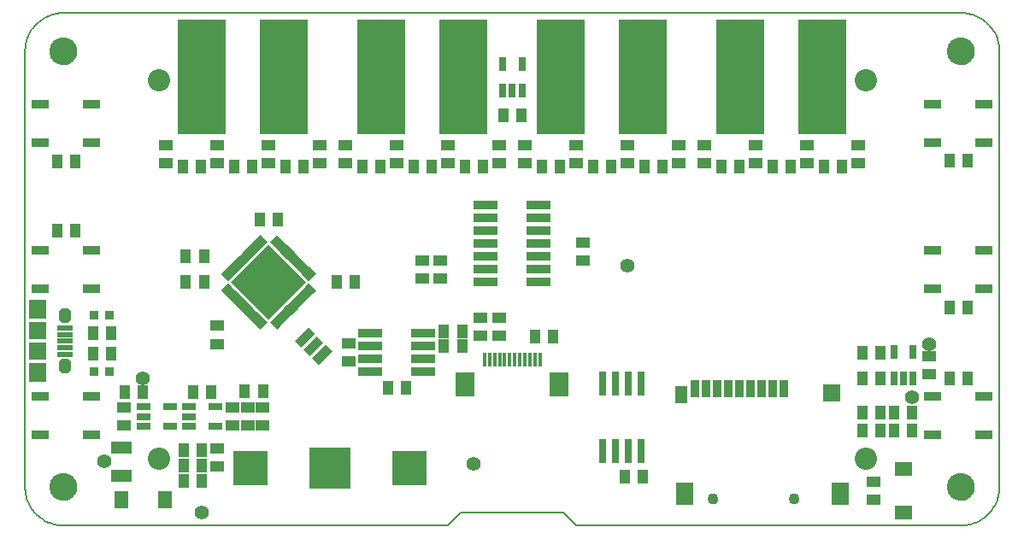
<source format=gts>
G75*
%MOIN*%
%OFA0B0*%
%FSLAX24Y24*%
%IPPOS*%
%LPD*%
%AMOC8*
5,1,8,0,0,1.08239X$1,22.5*
%
%ADD10C,0.0050*%
%ADD11C,0.0000*%
%ADD12C,0.1080*%
%ADD13R,0.0356X0.0749*%
%ADD14R,0.0789X0.0474*%
%ADD15R,0.0552X0.0297*%
%ADD16R,0.0552X0.0395*%
%ADD17R,0.0297X0.0552*%
%ADD18R,0.0395X0.0552*%
%ADD19R,0.0659X0.0580*%
%ADD20R,0.0950X0.0320*%
%ADD21R,0.1880X0.4480*%
%ADD22R,0.0380X0.0380*%
%ADD23R,0.0680X0.0380*%
%ADD24C,0.0867*%
%ADD25R,0.0580X0.0659*%
%ADD26R,0.0611X0.0237*%
%ADD27C,0.0341*%
%ADD28R,0.0690X0.0728*%
%ADD29R,0.0690X0.0671*%
%ADD30C,0.0556*%
%ADD31R,0.1640X0.1640*%
%ADD32R,0.1330X0.1330*%
%ADD33R,0.0316X0.0946*%
%ADD34R,0.0157X0.0551*%
%ADD35R,0.0748X0.0925*%
%ADD36R,0.0395X0.0198*%
%ADD37R,0.2080X0.2080*%
%ADD38R,0.0380X0.0680*%
%ADD39R,0.0480X0.0680*%
%ADD40R,0.0680X0.0880*%
%ADD41R,0.0680X0.0680*%
%ADD42C,0.0430*%
D10*
X017760Y016393D02*
X032760Y016393D01*
X033260Y016893D01*
X037260Y016893D01*
X037760Y016393D01*
X052760Y016393D01*
X052836Y016395D01*
X052912Y016401D01*
X052987Y016410D01*
X053062Y016424D01*
X053136Y016441D01*
X053209Y016462D01*
X053281Y016486D01*
X053352Y016515D01*
X053421Y016546D01*
X053488Y016581D01*
X053553Y016620D01*
X053617Y016662D01*
X053678Y016707D01*
X053737Y016755D01*
X053793Y016806D01*
X053847Y016860D01*
X053898Y016916D01*
X053946Y016975D01*
X053991Y017036D01*
X054033Y017100D01*
X054072Y017165D01*
X054107Y017232D01*
X054138Y017301D01*
X054167Y017372D01*
X054191Y017444D01*
X054212Y017517D01*
X054229Y017591D01*
X054243Y017666D01*
X054252Y017741D01*
X054258Y017817D01*
X054260Y017893D01*
X054260Y034893D01*
X054258Y034969D01*
X054252Y035045D01*
X054243Y035120D01*
X054229Y035195D01*
X054212Y035269D01*
X054191Y035342D01*
X054167Y035414D01*
X054138Y035485D01*
X054107Y035554D01*
X054072Y035621D01*
X054033Y035686D01*
X053991Y035750D01*
X053946Y035811D01*
X053898Y035870D01*
X053847Y035926D01*
X053793Y035980D01*
X053737Y036031D01*
X053678Y036079D01*
X053617Y036124D01*
X053553Y036166D01*
X053488Y036205D01*
X053421Y036240D01*
X053352Y036271D01*
X053281Y036300D01*
X053209Y036324D01*
X053136Y036345D01*
X053062Y036362D01*
X052987Y036376D01*
X052912Y036385D01*
X052836Y036391D01*
X052760Y036393D01*
X017760Y036393D01*
X017684Y036391D01*
X017608Y036385D01*
X017533Y036376D01*
X017458Y036362D01*
X017384Y036345D01*
X017311Y036324D01*
X017239Y036300D01*
X017168Y036271D01*
X017099Y036240D01*
X017032Y036205D01*
X016967Y036166D01*
X016903Y036124D01*
X016842Y036079D01*
X016783Y036031D01*
X016727Y035980D01*
X016673Y035926D01*
X016622Y035870D01*
X016574Y035811D01*
X016529Y035750D01*
X016487Y035686D01*
X016448Y035621D01*
X016413Y035554D01*
X016382Y035485D01*
X016353Y035414D01*
X016329Y035342D01*
X016308Y035269D01*
X016291Y035195D01*
X016277Y035120D01*
X016268Y035045D01*
X016262Y034969D01*
X016260Y034893D01*
X016260Y017893D01*
X016262Y017817D01*
X016268Y017741D01*
X016277Y017666D01*
X016291Y017591D01*
X016308Y017517D01*
X016329Y017444D01*
X016353Y017372D01*
X016382Y017301D01*
X016413Y017232D01*
X016448Y017165D01*
X016487Y017100D01*
X016529Y017036D01*
X016574Y016975D01*
X016622Y016916D01*
X016673Y016860D01*
X016727Y016806D01*
X016783Y016755D01*
X016842Y016707D01*
X016903Y016662D01*
X016967Y016620D01*
X017032Y016581D01*
X017099Y016546D01*
X017168Y016515D01*
X017239Y016486D01*
X017311Y016462D01*
X017384Y016441D01*
X017458Y016424D01*
X017533Y016410D01*
X017608Y016401D01*
X017684Y016395D01*
X017760Y016393D01*
D11*
X017260Y017893D02*
X017262Y017937D01*
X017268Y017981D01*
X017278Y018024D01*
X017291Y018066D01*
X017308Y018107D01*
X017329Y018146D01*
X017353Y018183D01*
X017380Y018218D01*
X017410Y018250D01*
X017443Y018280D01*
X017479Y018306D01*
X017516Y018330D01*
X017556Y018349D01*
X017597Y018366D01*
X017640Y018378D01*
X017683Y018387D01*
X017727Y018392D01*
X017771Y018393D01*
X017815Y018390D01*
X017859Y018383D01*
X017902Y018372D01*
X017944Y018358D01*
X017984Y018340D01*
X018023Y018318D01*
X018059Y018294D01*
X018093Y018266D01*
X018125Y018235D01*
X018154Y018201D01*
X018180Y018165D01*
X018202Y018127D01*
X018221Y018087D01*
X018236Y018045D01*
X018248Y018003D01*
X018256Y017959D01*
X018260Y017915D01*
X018260Y017871D01*
X018256Y017827D01*
X018248Y017783D01*
X018236Y017741D01*
X018221Y017699D01*
X018202Y017659D01*
X018180Y017621D01*
X018154Y017585D01*
X018125Y017551D01*
X018093Y017520D01*
X018059Y017492D01*
X018023Y017468D01*
X017984Y017446D01*
X017944Y017428D01*
X017902Y017414D01*
X017859Y017403D01*
X017815Y017396D01*
X017771Y017393D01*
X017727Y017394D01*
X017683Y017399D01*
X017640Y017408D01*
X017597Y017420D01*
X017556Y017437D01*
X017516Y017456D01*
X017479Y017480D01*
X017443Y017506D01*
X017410Y017536D01*
X017380Y017568D01*
X017353Y017603D01*
X017329Y017640D01*
X017308Y017679D01*
X017291Y017720D01*
X017278Y017762D01*
X017268Y017805D01*
X017262Y017849D01*
X017260Y017893D01*
X021086Y019011D02*
X021088Y019050D01*
X021094Y019089D01*
X021104Y019127D01*
X021117Y019164D01*
X021134Y019199D01*
X021154Y019233D01*
X021178Y019264D01*
X021205Y019293D01*
X021234Y019319D01*
X021266Y019342D01*
X021300Y019362D01*
X021336Y019378D01*
X021373Y019390D01*
X021412Y019399D01*
X021451Y019404D01*
X021490Y019405D01*
X021529Y019402D01*
X021568Y019395D01*
X021605Y019384D01*
X021642Y019370D01*
X021677Y019352D01*
X021710Y019331D01*
X021741Y019306D01*
X021769Y019279D01*
X021794Y019249D01*
X021816Y019216D01*
X021835Y019182D01*
X021850Y019146D01*
X021862Y019108D01*
X021870Y019070D01*
X021874Y019031D01*
X021874Y018991D01*
X021870Y018952D01*
X021862Y018914D01*
X021850Y018876D01*
X021835Y018840D01*
X021816Y018806D01*
X021794Y018773D01*
X021769Y018743D01*
X021741Y018716D01*
X021710Y018691D01*
X021677Y018670D01*
X021642Y018652D01*
X021605Y018638D01*
X021568Y018627D01*
X021529Y018620D01*
X021490Y018617D01*
X021451Y018618D01*
X021412Y018623D01*
X021373Y018632D01*
X021336Y018644D01*
X021300Y018660D01*
X021266Y018680D01*
X021234Y018703D01*
X021205Y018729D01*
X021178Y018758D01*
X021154Y018789D01*
X021134Y018823D01*
X021117Y018858D01*
X021104Y018895D01*
X021094Y018933D01*
X021088Y018972D01*
X021086Y019011D01*
X021086Y033775D02*
X021088Y033814D01*
X021094Y033853D01*
X021104Y033891D01*
X021117Y033928D01*
X021134Y033963D01*
X021154Y033997D01*
X021178Y034028D01*
X021205Y034057D01*
X021234Y034083D01*
X021266Y034106D01*
X021300Y034126D01*
X021336Y034142D01*
X021373Y034154D01*
X021412Y034163D01*
X021451Y034168D01*
X021490Y034169D01*
X021529Y034166D01*
X021568Y034159D01*
X021605Y034148D01*
X021642Y034134D01*
X021677Y034116D01*
X021710Y034095D01*
X021741Y034070D01*
X021769Y034043D01*
X021794Y034013D01*
X021816Y033980D01*
X021835Y033946D01*
X021850Y033910D01*
X021862Y033872D01*
X021870Y033834D01*
X021874Y033795D01*
X021874Y033755D01*
X021870Y033716D01*
X021862Y033678D01*
X021850Y033640D01*
X021835Y033604D01*
X021816Y033570D01*
X021794Y033537D01*
X021769Y033507D01*
X021741Y033480D01*
X021710Y033455D01*
X021677Y033434D01*
X021642Y033416D01*
X021605Y033402D01*
X021568Y033391D01*
X021529Y033384D01*
X021490Y033381D01*
X021451Y033382D01*
X021412Y033387D01*
X021373Y033396D01*
X021336Y033408D01*
X021300Y033424D01*
X021266Y033444D01*
X021234Y033467D01*
X021205Y033493D01*
X021178Y033522D01*
X021154Y033553D01*
X021134Y033587D01*
X021117Y033622D01*
X021104Y033659D01*
X021094Y033697D01*
X021088Y033736D01*
X021086Y033775D01*
X017260Y034893D02*
X017262Y034937D01*
X017268Y034981D01*
X017278Y035024D01*
X017291Y035066D01*
X017308Y035107D01*
X017329Y035146D01*
X017353Y035183D01*
X017380Y035218D01*
X017410Y035250D01*
X017443Y035280D01*
X017479Y035306D01*
X017516Y035330D01*
X017556Y035349D01*
X017597Y035366D01*
X017640Y035378D01*
X017683Y035387D01*
X017727Y035392D01*
X017771Y035393D01*
X017815Y035390D01*
X017859Y035383D01*
X017902Y035372D01*
X017944Y035358D01*
X017984Y035340D01*
X018023Y035318D01*
X018059Y035294D01*
X018093Y035266D01*
X018125Y035235D01*
X018154Y035201D01*
X018180Y035165D01*
X018202Y035127D01*
X018221Y035087D01*
X018236Y035045D01*
X018248Y035003D01*
X018256Y034959D01*
X018260Y034915D01*
X018260Y034871D01*
X018256Y034827D01*
X018248Y034783D01*
X018236Y034741D01*
X018221Y034699D01*
X018202Y034659D01*
X018180Y034621D01*
X018154Y034585D01*
X018125Y034551D01*
X018093Y034520D01*
X018059Y034492D01*
X018023Y034468D01*
X017984Y034446D01*
X017944Y034428D01*
X017902Y034414D01*
X017859Y034403D01*
X017815Y034396D01*
X017771Y034393D01*
X017727Y034394D01*
X017683Y034399D01*
X017640Y034408D01*
X017597Y034420D01*
X017556Y034437D01*
X017516Y034456D01*
X017479Y034480D01*
X017443Y034506D01*
X017410Y034536D01*
X017380Y034568D01*
X017353Y034603D01*
X017329Y034640D01*
X017308Y034679D01*
X017291Y034720D01*
X017278Y034762D01*
X017268Y034805D01*
X017262Y034849D01*
X017260Y034893D01*
X042911Y017435D02*
X042913Y017461D01*
X042919Y017487D01*
X042928Y017511D01*
X042941Y017534D01*
X042958Y017554D01*
X042977Y017572D01*
X042999Y017587D01*
X043022Y017598D01*
X043047Y017606D01*
X043073Y017610D01*
X043099Y017610D01*
X043125Y017606D01*
X043150Y017598D01*
X043174Y017587D01*
X043195Y017572D01*
X043214Y017554D01*
X043231Y017534D01*
X043244Y017511D01*
X043253Y017487D01*
X043259Y017461D01*
X043261Y017435D01*
X043259Y017409D01*
X043253Y017383D01*
X043244Y017359D01*
X043231Y017336D01*
X043214Y017316D01*
X043195Y017298D01*
X043173Y017283D01*
X043150Y017272D01*
X043125Y017264D01*
X043099Y017260D01*
X043073Y017260D01*
X043047Y017264D01*
X043022Y017272D01*
X042998Y017283D01*
X042977Y017298D01*
X042958Y017316D01*
X042941Y017336D01*
X042928Y017359D01*
X042919Y017383D01*
X042913Y017409D01*
X042911Y017435D01*
X046060Y017435D02*
X046062Y017461D01*
X046068Y017487D01*
X046077Y017511D01*
X046090Y017534D01*
X046107Y017554D01*
X046126Y017572D01*
X046148Y017587D01*
X046171Y017598D01*
X046196Y017606D01*
X046222Y017610D01*
X046248Y017610D01*
X046274Y017606D01*
X046299Y017598D01*
X046323Y017587D01*
X046344Y017572D01*
X046363Y017554D01*
X046380Y017534D01*
X046393Y017511D01*
X046402Y017487D01*
X046408Y017461D01*
X046410Y017435D01*
X046408Y017409D01*
X046402Y017383D01*
X046393Y017359D01*
X046380Y017336D01*
X046363Y017316D01*
X046344Y017298D01*
X046322Y017283D01*
X046299Y017272D01*
X046274Y017264D01*
X046248Y017260D01*
X046222Y017260D01*
X046196Y017264D01*
X046171Y017272D01*
X046147Y017283D01*
X046126Y017298D01*
X046107Y017316D01*
X046090Y017336D01*
X046077Y017359D01*
X046068Y017383D01*
X046062Y017409D01*
X046060Y017435D01*
X048645Y019011D02*
X048647Y019050D01*
X048653Y019089D01*
X048663Y019127D01*
X048676Y019164D01*
X048693Y019199D01*
X048713Y019233D01*
X048737Y019264D01*
X048764Y019293D01*
X048793Y019319D01*
X048825Y019342D01*
X048859Y019362D01*
X048895Y019378D01*
X048932Y019390D01*
X048971Y019399D01*
X049010Y019404D01*
X049049Y019405D01*
X049088Y019402D01*
X049127Y019395D01*
X049164Y019384D01*
X049201Y019370D01*
X049236Y019352D01*
X049269Y019331D01*
X049300Y019306D01*
X049328Y019279D01*
X049353Y019249D01*
X049375Y019216D01*
X049394Y019182D01*
X049409Y019146D01*
X049421Y019108D01*
X049429Y019070D01*
X049433Y019031D01*
X049433Y018991D01*
X049429Y018952D01*
X049421Y018914D01*
X049409Y018876D01*
X049394Y018840D01*
X049375Y018806D01*
X049353Y018773D01*
X049328Y018743D01*
X049300Y018716D01*
X049269Y018691D01*
X049236Y018670D01*
X049201Y018652D01*
X049164Y018638D01*
X049127Y018627D01*
X049088Y018620D01*
X049049Y018617D01*
X049010Y018618D01*
X048971Y018623D01*
X048932Y018632D01*
X048895Y018644D01*
X048859Y018660D01*
X048825Y018680D01*
X048793Y018703D01*
X048764Y018729D01*
X048737Y018758D01*
X048713Y018789D01*
X048693Y018823D01*
X048676Y018858D01*
X048663Y018895D01*
X048653Y018933D01*
X048647Y018972D01*
X048645Y019011D01*
X052260Y017893D02*
X052262Y017937D01*
X052268Y017981D01*
X052278Y018024D01*
X052291Y018066D01*
X052308Y018107D01*
X052329Y018146D01*
X052353Y018183D01*
X052380Y018218D01*
X052410Y018250D01*
X052443Y018280D01*
X052479Y018306D01*
X052516Y018330D01*
X052556Y018349D01*
X052597Y018366D01*
X052640Y018378D01*
X052683Y018387D01*
X052727Y018392D01*
X052771Y018393D01*
X052815Y018390D01*
X052859Y018383D01*
X052902Y018372D01*
X052944Y018358D01*
X052984Y018340D01*
X053023Y018318D01*
X053059Y018294D01*
X053093Y018266D01*
X053125Y018235D01*
X053154Y018201D01*
X053180Y018165D01*
X053202Y018127D01*
X053221Y018087D01*
X053236Y018045D01*
X053248Y018003D01*
X053256Y017959D01*
X053260Y017915D01*
X053260Y017871D01*
X053256Y017827D01*
X053248Y017783D01*
X053236Y017741D01*
X053221Y017699D01*
X053202Y017659D01*
X053180Y017621D01*
X053154Y017585D01*
X053125Y017551D01*
X053093Y017520D01*
X053059Y017492D01*
X053023Y017468D01*
X052984Y017446D01*
X052944Y017428D01*
X052902Y017414D01*
X052859Y017403D01*
X052815Y017396D01*
X052771Y017393D01*
X052727Y017394D01*
X052683Y017399D01*
X052640Y017408D01*
X052597Y017420D01*
X052556Y017437D01*
X052516Y017456D01*
X052479Y017480D01*
X052443Y017506D01*
X052410Y017536D01*
X052380Y017568D01*
X052353Y017603D01*
X052329Y017640D01*
X052308Y017679D01*
X052291Y017720D01*
X052278Y017762D01*
X052268Y017805D01*
X052262Y017849D01*
X052260Y017893D01*
X048645Y033775D02*
X048647Y033814D01*
X048653Y033853D01*
X048663Y033891D01*
X048676Y033928D01*
X048693Y033963D01*
X048713Y033997D01*
X048737Y034028D01*
X048764Y034057D01*
X048793Y034083D01*
X048825Y034106D01*
X048859Y034126D01*
X048895Y034142D01*
X048932Y034154D01*
X048971Y034163D01*
X049010Y034168D01*
X049049Y034169D01*
X049088Y034166D01*
X049127Y034159D01*
X049164Y034148D01*
X049201Y034134D01*
X049236Y034116D01*
X049269Y034095D01*
X049300Y034070D01*
X049328Y034043D01*
X049353Y034013D01*
X049375Y033980D01*
X049394Y033946D01*
X049409Y033910D01*
X049421Y033872D01*
X049429Y033834D01*
X049433Y033795D01*
X049433Y033755D01*
X049429Y033716D01*
X049421Y033678D01*
X049409Y033640D01*
X049394Y033604D01*
X049375Y033570D01*
X049353Y033537D01*
X049328Y033507D01*
X049300Y033480D01*
X049269Y033455D01*
X049236Y033434D01*
X049201Y033416D01*
X049164Y033402D01*
X049127Y033391D01*
X049088Y033384D01*
X049049Y033381D01*
X049010Y033382D01*
X048971Y033387D01*
X048932Y033396D01*
X048895Y033408D01*
X048859Y033424D01*
X048825Y033444D01*
X048793Y033467D01*
X048764Y033493D01*
X048737Y033522D01*
X048713Y033553D01*
X048693Y033587D01*
X048676Y033622D01*
X048663Y033659D01*
X048653Y033697D01*
X048647Y033736D01*
X048645Y033775D01*
X052260Y034893D02*
X052262Y034937D01*
X052268Y034981D01*
X052278Y035024D01*
X052291Y035066D01*
X052308Y035107D01*
X052329Y035146D01*
X052353Y035183D01*
X052380Y035218D01*
X052410Y035250D01*
X052443Y035280D01*
X052479Y035306D01*
X052516Y035330D01*
X052556Y035349D01*
X052597Y035366D01*
X052640Y035378D01*
X052683Y035387D01*
X052727Y035392D01*
X052771Y035393D01*
X052815Y035390D01*
X052859Y035383D01*
X052902Y035372D01*
X052944Y035358D01*
X052984Y035340D01*
X053023Y035318D01*
X053059Y035294D01*
X053093Y035266D01*
X053125Y035235D01*
X053154Y035201D01*
X053180Y035165D01*
X053202Y035127D01*
X053221Y035087D01*
X053236Y035045D01*
X053248Y035003D01*
X053256Y034959D01*
X053260Y034915D01*
X053260Y034871D01*
X053256Y034827D01*
X053248Y034783D01*
X053236Y034741D01*
X053221Y034699D01*
X053202Y034659D01*
X053180Y034621D01*
X053154Y034585D01*
X053125Y034551D01*
X053093Y034520D01*
X053059Y034492D01*
X053023Y034468D01*
X052984Y034446D01*
X052944Y034428D01*
X052902Y034414D01*
X052859Y034403D01*
X052815Y034396D01*
X052771Y034393D01*
X052727Y034394D01*
X052683Y034399D01*
X052640Y034408D01*
X052597Y034420D01*
X052556Y034437D01*
X052516Y034456D01*
X052479Y034480D01*
X052443Y034506D01*
X052410Y034536D01*
X052380Y034568D01*
X052353Y034603D01*
X052329Y034640D01*
X052308Y034679D01*
X052291Y034720D01*
X052278Y034762D01*
X052268Y034805D01*
X052262Y034849D01*
X052260Y034893D01*
D12*
X052760Y034893D03*
X052760Y017893D03*
X017760Y017893D03*
X017760Y034893D03*
D13*
G36*
X027313Y024117D02*
X027565Y023865D01*
X027037Y023337D01*
X026785Y023589D01*
X027313Y024117D01*
G37*
G36*
X027648Y023783D02*
X027900Y023531D01*
X027372Y023003D01*
X027120Y023255D01*
X027648Y023783D01*
G37*
G36*
X027982Y023449D02*
X028234Y023197D01*
X027706Y022669D01*
X027454Y022921D01*
X027982Y023449D01*
G37*
D14*
X020010Y019444D03*
X020010Y018342D03*
D15*
X020898Y020269D03*
X020898Y020643D03*
X020898Y021017D03*
X021921Y021017D03*
X022648Y021017D03*
X022648Y020643D03*
X022648Y020269D03*
X021921Y020269D03*
X023671Y020269D03*
X023671Y021017D03*
D16*
X024360Y020998D03*
X024935Y020998D03*
X025510Y020998D03*
X025510Y020289D03*
X024935Y020289D03*
X024360Y020289D03*
X023760Y019398D03*
X023760Y018689D03*
X020110Y020289D03*
X020110Y020998D03*
X023760Y023476D03*
X023760Y024185D03*
X028885Y023498D03*
X028885Y022789D03*
X031760Y026039D03*
X032460Y026039D03*
X032460Y026748D03*
X031760Y026748D03*
X034010Y024498D03*
X034760Y024498D03*
X034760Y023789D03*
X034010Y023789D03*
X038010Y026739D03*
X038010Y027448D03*
X037760Y030539D03*
X037760Y031248D03*
X039760Y031248D03*
X039760Y030539D03*
X041760Y030539D03*
X041760Y031248D03*
X042760Y031248D03*
X042760Y030539D03*
X044760Y030539D03*
X044760Y031248D03*
X046760Y031248D03*
X046760Y030539D03*
X048760Y030539D03*
X048760Y031248D03*
X051510Y022998D03*
X051510Y022289D03*
X049364Y018098D03*
X049364Y017389D03*
X035760Y030539D03*
X035760Y031248D03*
X034760Y031248D03*
X034760Y030539D03*
X032760Y030539D03*
X032760Y031248D03*
X030760Y031248D03*
X030760Y030539D03*
X028760Y030539D03*
X027760Y030539D03*
X027760Y031248D03*
X028760Y031248D03*
X025760Y031248D03*
X025760Y030539D03*
X023760Y030539D03*
X023760Y031248D03*
X021760Y031248D03*
X021760Y030539D03*
D17*
X034885Y033381D03*
X035260Y033381D03*
X035634Y033381D03*
X035634Y034405D03*
X034885Y034405D03*
X050135Y023155D03*
X050884Y023155D03*
X050884Y022131D03*
X050510Y022131D03*
X050135Y022131D03*
D18*
X049614Y022142D03*
X048905Y022142D03*
X048905Y023143D03*
X049614Y023143D03*
X052305Y022143D03*
X053014Y022143D03*
X050864Y020793D03*
X050864Y020093D03*
X050155Y020093D03*
X049614Y020093D03*
X049614Y020793D03*
X050155Y020793D03*
X048905Y020793D03*
X048905Y020093D03*
X052305Y024893D03*
X053014Y024893D03*
X048114Y030393D03*
X047405Y030393D03*
X046114Y030393D03*
X045405Y030393D03*
X044114Y030393D03*
X043405Y030393D03*
X041114Y030393D03*
X040405Y030393D03*
X039114Y030393D03*
X038405Y030393D03*
X037114Y030393D03*
X036405Y030393D03*
X034114Y030393D03*
X033405Y030393D03*
X032114Y030393D03*
X031405Y030393D03*
X030114Y030393D03*
X029405Y030393D03*
X027114Y030393D03*
X026405Y030393D03*
X025114Y030393D03*
X024405Y030393D03*
X023114Y030393D03*
X022405Y030393D03*
X025405Y028331D03*
X026114Y028331D03*
X023239Y026893D03*
X022530Y026893D03*
X022530Y025893D03*
X023239Y025893D03*
X019614Y023893D03*
X018905Y023893D03*
X018905Y023093D03*
X019614Y023093D03*
X020155Y021593D03*
X020864Y021593D03*
X022805Y021593D03*
X023514Y021593D03*
X024830Y021643D03*
X025539Y021643D03*
X023164Y019343D03*
X022455Y019343D03*
X022455Y018743D03*
X022455Y018143D03*
X023164Y018143D03*
X023164Y018743D03*
X030405Y021768D03*
X031114Y021768D03*
X032593Y023393D03*
X032593Y023956D03*
X033301Y023956D03*
X033301Y023393D03*
X036155Y023757D03*
X036864Y023757D03*
X029114Y025893D03*
X028405Y025893D03*
X034905Y032393D03*
X035614Y032393D03*
X052305Y030643D03*
X053014Y030643D03*
X040364Y018293D03*
X039655Y018293D03*
X018214Y027893D03*
X017505Y027893D03*
X017505Y030593D03*
X018214Y030593D03*
D19*
X050510Y018590D03*
X050510Y016897D03*
D20*
X036290Y025893D03*
X036290Y026393D03*
X036290Y026893D03*
X036290Y027393D03*
X036290Y027893D03*
X036290Y028393D03*
X036290Y028893D03*
X034230Y028893D03*
X034230Y028393D03*
X034230Y027893D03*
X034230Y027393D03*
X034230Y026893D03*
X034230Y026393D03*
X034230Y025893D03*
X031790Y023893D03*
X031790Y023393D03*
X031790Y022893D03*
X031790Y022393D03*
X029730Y022393D03*
X029730Y022893D03*
X029730Y023393D03*
X029730Y023893D03*
D21*
X030160Y033893D03*
X033360Y033893D03*
X037160Y033893D03*
X040360Y033893D03*
X044160Y033893D03*
X047360Y033893D03*
X026360Y033893D03*
X023160Y033893D03*
D22*
X019560Y024593D03*
X018960Y024593D03*
X018960Y022393D03*
X019560Y022393D03*
D23*
X018860Y021443D03*
X016860Y021443D03*
X016860Y019943D03*
X018860Y019943D03*
X018860Y025643D03*
X016860Y025643D03*
X016860Y027143D03*
X018860Y027143D03*
X018860Y031343D03*
X016860Y031343D03*
X016860Y032843D03*
X018860Y032843D03*
X051660Y032843D03*
X051660Y031343D03*
X053660Y031343D03*
X053660Y032843D03*
X053660Y027143D03*
X053660Y025643D03*
X051660Y025643D03*
X051660Y027143D03*
X051660Y021443D03*
X051660Y019943D03*
X053660Y019943D03*
X053660Y021443D03*
D24*
X049039Y019011D03*
X049039Y033775D03*
X021480Y033775D03*
X021480Y019011D03*
D25*
X021706Y017393D03*
X020013Y017393D03*
D26*
X017823Y023081D03*
X017823Y023337D03*
X017823Y023593D03*
X017823Y023849D03*
X017823Y024105D03*
D27*
X017766Y024462D02*
X017766Y024694D01*
X017880Y024694D01*
X017880Y024462D01*
X017766Y024462D01*
X017766Y022725D02*
X017766Y022493D01*
X017766Y022725D02*
X017880Y022725D01*
X017880Y022493D01*
X017766Y022493D01*
D28*
X016760Y022364D03*
X016760Y024823D03*
D29*
X016760Y023987D03*
X016760Y023200D03*
D30*
X020864Y022143D03*
X019360Y018893D03*
X023164Y016893D03*
X033760Y018793D03*
X039760Y026518D03*
X050864Y021394D03*
X051510Y023456D03*
D31*
X028135Y018643D03*
D32*
X031235Y018643D03*
X025035Y018643D03*
D33*
X038785Y019307D03*
X039285Y019307D03*
X039785Y019307D03*
X040285Y019307D03*
X040285Y021929D03*
X039785Y021929D03*
X039285Y021929D03*
X038785Y021929D03*
D34*
X036342Y022858D03*
X036145Y022858D03*
X035948Y022858D03*
X035752Y022858D03*
X035555Y022858D03*
X035358Y022858D03*
X035161Y022858D03*
X034964Y022858D03*
X034767Y022858D03*
X034571Y022858D03*
X034374Y022858D03*
X034177Y022858D03*
D35*
X033429Y021893D03*
X037090Y021893D03*
D36*
G36*
X027333Y025852D02*
X027611Y025574D01*
X027471Y025434D01*
X027193Y025712D01*
X027333Y025852D01*
G37*
G36*
X027611Y026213D02*
X027333Y025935D01*
X027193Y026075D01*
X027471Y026353D01*
X027611Y026213D01*
G37*
G36*
X027472Y026352D02*
X027194Y026074D01*
X027054Y026214D01*
X027332Y026492D01*
X027472Y026352D01*
G37*
G36*
X027333Y026491D02*
X027055Y026213D01*
X026915Y026353D01*
X027193Y026631D01*
X027333Y026491D01*
G37*
G36*
X027193Y026630D02*
X026915Y026352D01*
X026775Y026492D01*
X027053Y026770D01*
X027193Y026630D01*
G37*
G36*
X027054Y026770D02*
X026776Y026492D01*
X026636Y026632D01*
X026914Y026910D01*
X027054Y026770D01*
G37*
G36*
X026915Y026909D02*
X026637Y026631D01*
X026497Y026771D01*
X026775Y027049D01*
X026915Y026909D01*
G37*
G36*
X026358Y026910D02*
X026636Y027188D01*
X026776Y027048D01*
X026498Y026770D01*
X026358Y026910D01*
G37*
G36*
X026219Y027049D02*
X026497Y027327D01*
X026637Y027187D01*
X026359Y026909D01*
X026219Y027049D01*
G37*
G36*
X026079Y027188D02*
X026357Y027466D01*
X026497Y027326D01*
X026219Y027048D01*
X026079Y027188D01*
G37*
G36*
X025940Y027328D02*
X026218Y027606D01*
X026358Y027466D01*
X026080Y027188D01*
X025940Y027328D01*
G37*
G36*
X025801Y027467D02*
X026079Y027745D01*
X026219Y027605D01*
X025941Y027327D01*
X025801Y027467D01*
G37*
G36*
X025440Y027745D02*
X025718Y027467D01*
X025578Y027327D01*
X025300Y027605D01*
X025440Y027745D01*
G37*
G36*
X025301Y027606D02*
X025579Y027328D01*
X025439Y027188D01*
X025161Y027466D01*
X025301Y027606D01*
G37*
G36*
X025162Y027466D02*
X025440Y027188D01*
X025300Y027048D01*
X025022Y027326D01*
X025162Y027466D01*
G37*
G36*
X025022Y027327D02*
X025300Y027049D01*
X025160Y026909D01*
X024882Y027187D01*
X025022Y027327D01*
G37*
G36*
X024883Y027188D02*
X025161Y026910D01*
X025021Y026770D01*
X024743Y027048D01*
X024883Y027188D01*
G37*
G36*
X024744Y027049D02*
X025022Y026771D01*
X024882Y026631D01*
X024604Y026909D01*
X024744Y027049D01*
G37*
G36*
X024743Y026492D02*
X024465Y026770D01*
X024605Y026910D01*
X024883Y026632D01*
X024743Y026492D01*
G37*
G36*
X024604Y026352D02*
X024326Y026630D01*
X024466Y026770D01*
X024744Y026492D01*
X024604Y026352D01*
G37*
G36*
X024464Y026213D02*
X024186Y026491D01*
X024326Y026631D01*
X024604Y026353D01*
X024464Y026213D01*
G37*
G36*
X024325Y026074D02*
X024047Y026352D01*
X024187Y026492D01*
X024465Y026214D01*
X024325Y026074D01*
G37*
G36*
X024186Y025935D02*
X023908Y026213D01*
X024048Y026353D01*
X024326Y026075D01*
X024186Y025935D01*
G37*
G36*
X023908Y025574D02*
X024186Y025852D01*
X024326Y025712D01*
X024048Y025434D01*
X023908Y025574D01*
G37*
G36*
X024047Y025435D02*
X024325Y025713D01*
X024465Y025573D01*
X024187Y025295D01*
X024047Y025435D01*
G37*
G36*
X024186Y025295D02*
X024464Y025573D01*
X024604Y025433D01*
X024326Y025155D01*
X024186Y025295D01*
G37*
G36*
X024326Y025156D02*
X024604Y025434D01*
X024744Y025294D01*
X024466Y025016D01*
X024326Y025156D01*
G37*
G36*
X024465Y025017D02*
X024743Y025295D01*
X024883Y025155D01*
X024605Y024877D01*
X024465Y025017D01*
G37*
G36*
X024604Y024878D02*
X024882Y025156D01*
X025022Y025016D01*
X024744Y024738D01*
X024604Y024878D01*
G37*
G36*
X025161Y024877D02*
X024883Y024599D01*
X024743Y024739D01*
X025021Y025017D01*
X025161Y024877D01*
G37*
G36*
X025300Y024737D02*
X025022Y024459D01*
X024882Y024599D01*
X025160Y024877D01*
X025300Y024737D01*
G37*
G36*
X025440Y024598D02*
X025162Y024320D01*
X025022Y024460D01*
X025300Y024738D01*
X025440Y024598D01*
G37*
G36*
X025579Y024459D02*
X025301Y024181D01*
X025161Y024321D01*
X025439Y024599D01*
X025579Y024459D01*
G37*
G36*
X025718Y024320D02*
X025440Y024042D01*
X025300Y024182D01*
X025578Y024460D01*
X025718Y024320D01*
G37*
G36*
X026079Y024042D02*
X025801Y024320D01*
X025941Y024460D01*
X026219Y024182D01*
X026079Y024042D01*
G37*
G36*
X026218Y024181D02*
X025940Y024459D01*
X026080Y024599D01*
X026358Y024321D01*
X026218Y024181D01*
G37*
G36*
X026357Y024320D02*
X026079Y024598D01*
X026219Y024738D01*
X026497Y024460D01*
X026357Y024320D01*
G37*
G36*
X026497Y024459D02*
X026219Y024737D01*
X026359Y024877D01*
X026637Y024599D01*
X026497Y024459D01*
G37*
G36*
X026636Y024599D02*
X026358Y024877D01*
X026498Y025017D01*
X026776Y024739D01*
X026636Y024599D01*
G37*
G36*
X026775Y024738D02*
X026497Y025016D01*
X026637Y025156D01*
X026915Y024878D01*
X026775Y024738D01*
G37*
G36*
X026776Y025295D02*
X027054Y025017D01*
X026914Y024877D01*
X026636Y025155D01*
X026776Y025295D01*
G37*
G36*
X026915Y025434D02*
X027193Y025156D01*
X027053Y025016D01*
X026775Y025294D01*
X026915Y025434D01*
G37*
G36*
X027055Y025573D02*
X027333Y025295D01*
X027193Y025155D01*
X026915Y025433D01*
X027055Y025573D01*
G37*
G36*
X027194Y025713D02*
X027472Y025435D01*
X027332Y025295D01*
X027054Y025573D01*
X027194Y025713D01*
G37*
D37*
G36*
X027230Y025893D02*
X025760Y024423D01*
X024290Y025893D01*
X025760Y027363D01*
X027230Y025893D01*
G37*
D38*
X042377Y021726D03*
X042810Y021726D03*
X043243Y021726D03*
X043676Y021726D03*
X044110Y021726D03*
X044543Y021726D03*
X044976Y021726D03*
X045409Y021726D03*
X045842Y021726D03*
D39*
X041847Y021490D03*
D40*
X041984Y017643D03*
X048047Y017643D03*
D41*
X047724Y021572D03*
D42*
X046235Y017435D03*
X043086Y017435D03*
M02*

</source>
